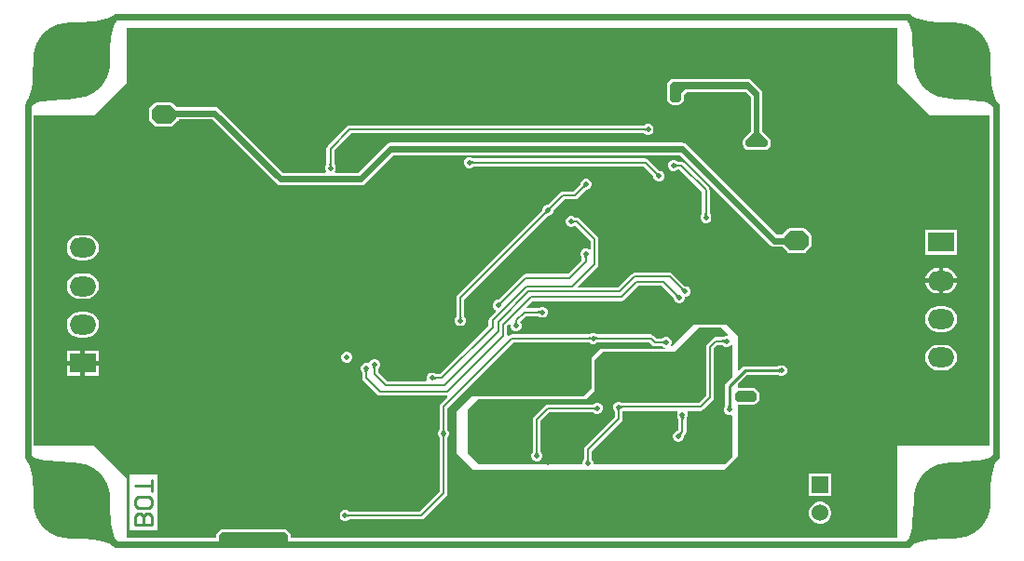
<source format=gbl>
G04*
G04 #@! TF.GenerationSoftware,Altium Limited,Altium Designer,21.4.1 (30)*
G04*
G04 Layer_Physical_Order=2*
G04 Layer_Color=16711680*
%FSLAX25Y25*%
%MOIN*%
G70*
G04*
G04 #@! TF.SameCoordinates,5F1AA903-488D-4DD6-8C3F-381C7BA84995*
G04*
G04*
G04 #@! TF.FilePolarity,Positive*
G04*
G01*
G75*
%ADD11C,0.00787*%
%ADD13C,0.01000*%
%ADD107C,0.02362*%
%ADD109R,0.06000X0.06000*%
%ADD110C,0.06000*%
%ADD111R,0.09449X0.07087*%
%ADD112O,0.09449X0.07087*%
%ADD113C,0.27559*%
%ADD114C,0.01968*%
G36*
X320564Y193037D02*
X321383Y192577D01*
X322385Y192173D01*
X323570Y191827D01*
X324937Y191537D01*
X326486Y191305D01*
X330132Y191011D01*
X334508Y190944D01*
X320867Y177303D01*
X320862Y179582D01*
X320506Y185325D01*
X320273Y186874D01*
X319984Y188241D01*
X319638Y189426D01*
X319234Y190428D01*
X318774Y191247D01*
X318257Y191884D01*
X319927Y193554D01*
X320564Y193037D01*
D02*
G37*
G36*
X36074Y191884D02*
X35557Y191247D01*
X35096Y190428D01*
X34693Y189426D01*
X34347Y188241D01*
X34057Y186874D01*
X33825Y185325D01*
X33530Y181679D01*
X33464Y177303D01*
X19823Y190944D01*
X22102Y190949D01*
X27845Y191305D01*
X29394Y191537D01*
X30761Y191827D01*
X31945Y192173D01*
X32947Y192577D01*
X33767Y193037D01*
X34404Y193554D01*
X36074Y191884D01*
D02*
G37*
G36*
X348429Y174748D02*
X348785Y169006D01*
X349018Y167456D01*
X349307Y166089D01*
X349654Y164905D01*
X350057Y163903D01*
X350518Y163084D01*
X351035Y162447D01*
X349364Y160776D01*
X348727Y161294D01*
X347908Y161754D01*
X346906Y162157D01*
X345722Y162504D01*
X344355Y162793D01*
X342806Y163026D01*
X339159Y163320D01*
X334784Y163386D01*
X348425Y177027D01*
X348429Y174748D01*
D02*
G37*
G36*
X19547Y163386D02*
X17268Y163382D01*
X11525Y163026D01*
X9976Y162793D01*
X8609Y162504D01*
X7425Y162157D01*
X6423Y161754D01*
X5603Y161294D01*
X4966Y160776D01*
X3296Y162447D01*
X3813Y163084D01*
X4274Y163903D01*
X4677Y164905D01*
X5023Y166089D01*
X5313Y167456D01*
X5545Y169006D01*
X5840Y172652D01*
X5906Y177027D01*
X19547Y163386D01*
D02*
G37*
G36*
X351035Y34404D02*
X350518Y33767D01*
X350057Y32947D01*
X349654Y31945D01*
X349307Y30761D01*
X349018Y29394D01*
X348785Y27845D01*
X348491Y24199D01*
X348425Y19823D01*
X334784Y33464D01*
X337063Y33469D01*
X342806Y33825D01*
X344355Y34057D01*
X345722Y34347D01*
X346906Y34693D01*
X347908Y35096D01*
X348727Y35557D01*
X349364Y36074D01*
X351035Y34404D01*
D02*
G37*
G36*
X5603Y35557D02*
X6423Y35096D01*
X7425Y34693D01*
X8609Y34347D01*
X9976Y34057D01*
X11525Y33825D01*
X15171Y33530D01*
X19547Y33464D01*
X5906Y19823D01*
X5901Y22102D01*
X5545Y27845D01*
X5313Y29394D01*
X5023Y30761D01*
X4677Y31945D01*
X4274Y32947D01*
X3813Y33767D01*
X3296Y34404D01*
X4966Y36074D01*
X5603Y35557D01*
D02*
G37*
G36*
X314961Y169291D02*
X326772Y157480D01*
X348186D01*
Y39370D01*
X314961D01*
Y6145D01*
X97952D01*
Y7382D01*
X97876Y7766D01*
X97658Y8091D01*
X96674Y9076D01*
X96349Y9293D01*
X95965Y9370D01*
X73327D01*
X72943Y9293D01*
X72617Y9076D01*
X71633Y8091D01*
X71415Y7766D01*
X71339Y7382D01*
Y6145D01*
X39370D01*
X39370Y27559D01*
X27559Y39370D01*
X6145Y39370D01*
Y157480D01*
X27559D01*
X39370Y169291D01*
X39370Y188976D01*
X314961D01*
X314961Y169291D01*
D02*
G37*
G36*
X96949Y7382D02*
Y4429D01*
X95965Y3445D01*
X73327D01*
X72342Y4429D01*
Y7382D01*
X73327Y8366D01*
X95965D01*
X96949Y7382D01*
D02*
G37*
G36*
X334508Y5906D02*
X332229Y5901D01*
X326486Y5545D01*
X324937Y5313D01*
X323570Y5023D01*
X322385Y4677D01*
X321383Y4274D01*
X320564Y3813D01*
X319927Y3296D01*
X318257Y4966D01*
X318774Y5603D01*
X319234Y6423D01*
X319638Y7425D01*
X319984Y8609D01*
X320273Y9976D01*
X320506Y11525D01*
X320800Y15171D01*
X320867Y19547D01*
X334508Y5906D01*
D02*
G37*
G36*
X33469Y17268D02*
X33825Y11525D01*
X34057Y9976D01*
X34347Y8609D01*
X34693Y7425D01*
X35096Y6423D01*
X35557Y5603D01*
X36074Y4966D01*
X34404Y3296D01*
X33767Y3813D01*
X32947Y4274D01*
X31945Y4677D01*
X30761Y5023D01*
X29394Y5313D01*
X27845Y5545D01*
X24199Y5840D01*
X19823Y5906D01*
X33464Y19547D01*
X33469Y17268D01*
D02*
G37*
%LPC*%
G36*
X55118Y162421D02*
X50197D01*
X49813Y162345D01*
X49487Y162127D01*
X47519Y160158D01*
X47301Y159833D01*
X47225Y159449D01*
Y156496D01*
X47301Y156112D01*
X47519Y155787D01*
X49487Y153818D01*
X49813Y153600D01*
X50197Y153524D01*
X55118D01*
X55502Y153600D01*
X55828Y153818D01*
X57796Y155787D01*
X58014Y156112D01*
X58043Y156257D01*
X69952D01*
X92927Y133281D01*
X93643Y132803D01*
X94488Y132635D01*
X123031D01*
X123876Y132803D01*
X124593Y133281D01*
X134773Y143462D01*
X237275D01*
X269615Y111121D01*
X270331Y110643D01*
X271176Y110475D01*
X273933D01*
X275865Y108542D01*
X276191Y108325D01*
X276575Y108248D01*
X281496D01*
X281880Y108325D01*
X282206Y108542D01*
X284174Y110511D01*
X284392Y110836D01*
X284468Y111221D01*
Y114173D01*
X284392Y114557D01*
X284174Y114883D01*
X282206Y116851D01*
X281880Y117069D01*
X281496Y117145D01*
X276575D01*
X276191Y117069D01*
X275865Y116851D01*
X273904Y114890D01*
X272090D01*
X239750Y147230D01*
X239034Y147709D01*
X238189Y147877D01*
X133858D01*
X133013Y147709D01*
X132297Y147230D01*
X122117Y137050D01*
X113967D01*
X113759Y137550D01*
X113874Y137664D01*
X114173Y138388D01*
Y139171D01*
X113874Y139895D01*
X113670Y140098D01*
X113627Y140168D01*
X113610Y140185D01*
X113610Y140189D01*
Y145087D01*
X119676Y151154D01*
X224477D01*
X224480Y151153D01*
X224498Y151137D01*
X224567Y151094D01*
X224771Y150890D01*
X225494Y150591D01*
X226277D01*
X227001Y150890D01*
X227555Y151444D01*
X227854Y152167D01*
Y152951D01*
X227555Y153674D01*
X227001Y154228D01*
X226277Y154528D01*
X225494D01*
X224771Y154228D01*
X224567Y154024D01*
X224498Y153981D01*
X224480Y153965D01*
X224477Y153964D01*
X119095D01*
X118557Y153857D01*
X118101Y153552D01*
X111211Y146663D01*
X110907Y146207D01*
X110800Y145669D01*
Y140189D01*
X110799Y140185D01*
X110783Y140168D01*
X110740Y140098D01*
X110536Y139895D01*
X110236Y139171D01*
Y138388D01*
X110536Y137664D01*
X110650Y137550D01*
X110443Y137050D01*
X95403D01*
X72427Y160026D01*
X71711Y160504D01*
X70866Y160672D01*
X57282D01*
X55828Y162127D01*
X55502Y162345D01*
X55118Y162421D01*
D02*
G37*
G36*
X261811Y170787D02*
X234744D01*
X234360Y170711D01*
X234034Y170493D01*
X233050Y169509D01*
X232833Y169183D01*
X232756Y168799D01*
Y163386D01*
X232833Y163002D01*
X233050Y162676D01*
X234034Y161692D01*
X234360Y161474D01*
X234744Y161398D01*
X236713D01*
X237097Y161474D01*
X237422Y161692D01*
X238406Y162676D01*
X238624Y163002D01*
X238700Y163386D01*
Y164939D01*
X239589Y165827D01*
X260903D01*
X262776Y163954D01*
Y151990D01*
X260117Y149332D01*
X259900Y149006D01*
X259823Y148622D01*
Y147146D01*
X259900Y146762D01*
X260117Y146436D01*
X261101Y145452D01*
X261427Y145234D01*
X261811Y145158D01*
X267717D01*
X268101Y145234D01*
X268426Y145452D01*
X269410Y146436D01*
X269628Y146762D01*
X269704Y147146D01*
Y148622D01*
X269628Y149006D01*
X269410Y149332D01*
X266752Y151990D01*
Y165847D01*
X266675Y166230D01*
X266458Y166556D01*
X262521Y170493D01*
X262195Y170711D01*
X261811Y170787D01*
D02*
G37*
G36*
X162301Y142717D02*
X161518D01*
X160794Y142417D01*
X160241Y141863D01*
X159941Y141140D01*
Y140357D01*
X160241Y139633D01*
X160794Y139079D01*
X161518Y138779D01*
X162301D01*
X163024Y139079D01*
X163228Y139283D01*
X163298Y139326D01*
X163315Y139342D01*
X163319Y139343D01*
X224320D01*
X227833Y135830D01*
X227835Y135827D01*
X227836Y135803D01*
X227854Y135723D01*
Y135435D01*
X228154Y134712D01*
X228708Y134158D01*
X229431Y133858D01*
X230214D01*
X230938Y134158D01*
X231492Y134712D01*
X231791Y135435D01*
Y136218D01*
X231492Y136942D01*
X230938Y137496D01*
X230214Y137795D01*
X229926D01*
X229847Y137814D01*
X229823Y137815D01*
X229820Y137817D01*
X225895Y141742D01*
X225439Y142046D01*
X224902Y142153D01*
X163319D01*
X163315Y142154D01*
X163298Y142170D01*
X163228Y142213D01*
X163024Y142417D01*
X162301Y142717D01*
D02*
G37*
G36*
X235367Y141673D02*
X234584D01*
X233861Y141373D01*
X233307Y140819D01*
X233007Y140096D01*
Y139313D01*
X233307Y138589D01*
X233861Y138036D01*
X234584Y137736D01*
X235367D01*
X236091Y138036D01*
X236295Y138239D01*
X236364Y138282D01*
X236381Y138298D01*
X236385Y138299D01*
X237174D01*
X245150Y130324D01*
Y122472D01*
X245149Y122469D01*
X245133Y122451D01*
X245090Y122382D01*
X244886Y122178D01*
X244587Y121455D01*
Y120671D01*
X244886Y119948D01*
X245440Y119394D01*
X246164Y119095D01*
X246947D01*
X247670Y119394D01*
X248224Y119948D01*
X248524Y120671D01*
Y121455D01*
X248224Y122178D01*
X248020Y122382D01*
X247977Y122451D01*
X247961Y122469D01*
X247960Y122472D01*
Y130905D01*
X247853Y131443D01*
X247549Y131899D01*
X238750Y140698D01*
X238294Y141002D01*
X237756Y141109D01*
X236385D01*
X236381Y141110D01*
X236364Y141126D01*
X236295Y141169D01*
X236091Y141373D01*
X235367Y141673D01*
D02*
G37*
G36*
X198718Y121555D02*
X197935D01*
X197212Y121255D01*
X196658Y120702D01*
X196358Y119978D01*
Y119195D01*
X196658Y118472D01*
X197212Y117918D01*
X197935Y117618D01*
X198718D01*
X199442Y117918D01*
X199645Y118122D01*
X199715Y118165D01*
X199723Y118172D01*
X205288Y112607D01*
Y109758D01*
X204788Y109550D01*
X204682Y109656D01*
X203959Y109956D01*
X203176D01*
X202452Y109656D01*
X201898Y109102D01*
X201599Y108379D01*
Y107596D01*
X201898Y106872D01*
X202102Y106669D01*
X202145Y106599D01*
X202161Y106582D01*
X202162Y106578D01*
Y105724D01*
X197253Y100814D01*
X182087D01*
X181549Y100707D01*
X181093Y100403D01*
X172247Y91557D01*
X172244Y91555D01*
X172220Y91554D01*
X172141Y91535D01*
X171853D01*
X171129Y91236D01*
X170575Y90682D01*
X170276Y89959D01*
Y89175D01*
X170575Y88452D01*
X171129Y87898D01*
X171305Y87825D01*
X171403Y87335D01*
X169249Y85181D01*
X168944Y84725D01*
X168837Y84187D01*
Y82241D01*
X151485Y64889D01*
X150031D01*
X150028Y64890D01*
X150011Y64906D01*
X149941Y64949D01*
X149737Y65153D01*
X149014Y65453D01*
X148231D01*
X147507Y65153D01*
X146953Y64599D01*
X146653Y63876D01*
Y63093D01*
X146756Y62844D01*
X146479Y62429D01*
X132472D01*
X129358Y65543D01*
Y66997D01*
X129358Y67000D01*
X129375Y67017D01*
X129418Y67087D01*
X129622Y67290D01*
X129921Y68014D01*
Y68797D01*
X129622Y69521D01*
X129068Y70074D01*
X128344Y70374D01*
X127561D01*
X126838Y70074D01*
X126284Y69521D01*
X126124Y69135D01*
X125522Y68844D01*
X125392Y68898D01*
X124608D01*
X123885Y68598D01*
X123331Y68044D01*
X123031Y67321D01*
Y66538D01*
X123331Y65814D01*
X123535Y65610D01*
X123578Y65541D01*
X123594Y65523D01*
X123595Y65520D01*
Y63484D01*
X123702Y62947D01*
X124006Y62491D01*
X128928Y57569D01*
X129384Y57265D01*
X129921Y57158D01*
X153874D01*
X154090Y56735D01*
X154097Y56675D01*
X151664Y54242D01*
X151359Y53786D01*
X151252Y53248D01*
Y45070D01*
X151252Y45067D01*
X151236Y45050D01*
X151192Y44980D01*
X150989Y44776D01*
X150689Y44053D01*
Y43270D01*
X150989Y42546D01*
X151192Y42343D01*
X151235Y42273D01*
X151252Y42256D01*
X151252Y42252D01*
Y41496D01*
Y22826D01*
X144097Y15670D01*
X118915D01*
X118911Y15671D01*
X118894Y15687D01*
X118825Y15730D01*
X118621Y15934D01*
X117897Y16234D01*
X117114D01*
X116391Y15934D01*
X115837Y15380D01*
X115537Y14657D01*
Y13874D01*
X115837Y13150D01*
X116391Y12596D01*
X117114Y12297D01*
X117897D01*
X118621Y12596D01*
X118825Y12800D01*
X118894Y12843D01*
X118911Y12859D01*
X118915Y12860D01*
X144679D01*
X145216Y12967D01*
X145672Y13272D01*
X153651Y21251D01*
X153955Y21707D01*
X154062Y22244D01*
Y41496D01*
Y42252D01*
X154063Y42256D01*
X154079Y42273D01*
X154123Y42343D01*
X154326Y42546D01*
X154626Y43270D01*
Y44053D01*
X154326Y44776D01*
X154123Y44980D01*
X154079Y45050D01*
X154063Y45067D01*
X154062Y45070D01*
Y52666D01*
X177747Y76351D01*
X204792D01*
X204795Y76350D01*
X204812Y76334D01*
X204882Y76291D01*
X205086Y76087D01*
X205809Y75787D01*
X206592D01*
X207316Y76087D01*
X207520Y76291D01*
X207589Y76334D01*
X207606Y76350D01*
X207610Y76351D01*
X226288D01*
X227353Y75286D01*
X227809Y74981D01*
X228346Y74875D01*
X230874D01*
X230878Y74874D01*
X230895Y74858D01*
X230965Y74814D01*
X231168Y74611D01*
X231892Y74311D01*
X231873Y73819D01*
X208661D01*
X205709Y70866D01*
Y60039D01*
X202756Y57087D01*
X162894D01*
X157480Y51673D01*
Y36417D01*
X163386Y30512D01*
X252953D01*
X257874Y35433D01*
Y39370D01*
Y54115D01*
X263779D01*
X264164Y54191D01*
X264489Y54409D01*
X265473Y55393D01*
X265691Y55718D01*
X265767Y56102D01*
Y58071D01*
X265691Y58455D01*
X265473Y58780D01*
X264489Y59765D01*
X264164Y59982D01*
X263779Y60059D01*
X257874D01*
Y61344D01*
X261175Y64645D01*
X272312D01*
X272468Y64490D01*
X273191Y64190D01*
X273974D01*
X274698Y64490D01*
X275252Y65043D01*
X275551Y65767D01*
Y66550D01*
X275252Y67274D01*
X274698Y67827D01*
X273974Y68127D01*
X273191D01*
X272468Y67827D01*
X272312Y67672D01*
X272311Y67672D01*
X260548D01*
X260548Y67672D01*
X259969Y67557D01*
X259478Y67229D01*
X259478Y67229D01*
X258336Y66086D01*
X257874Y66278D01*
Y78740D01*
X253937Y82677D01*
X242126Y82677D01*
X234338Y74890D01*
X233952Y75165D01*
X234252Y75888D01*
Y76671D01*
X233952Y77395D01*
X233399Y77948D01*
X232675Y78248D01*
X231892D01*
X231168Y77948D01*
X230965Y77745D01*
X230895Y77701D01*
X230878Y77685D01*
X230874Y77684D01*
X228928D01*
X227864Y78749D01*
X227408Y79054D01*
X226870Y79161D01*
X207610D01*
X207606Y79162D01*
X207589Y79178D01*
X207520Y79221D01*
X207316Y79425D01*
X206592Y79724D01*
X205809D01*
X205086Y79425D01*
X204882Y79221D01*
X204812Y79178D01*
X204795Y79162D01*
X204792Y79161D01*
X177165D01*
X176628Y79054D01*
X176172Y78749D01*
X176016Y78594D01*
X175956Y78602D01*
X175533Y78818D01*
Y82180D01*
X176275Y82921D01*
X176699Y82638D01*
X176673Y82577D01*
Y81793D01*
X176973Y81070D01*
X177527Y80516D01*
X178250Y80216D01*
X179033D01*
X179757Y80516D01*
X180310Y81070D01*
X180610Y81793D01*
Y82577D01*
X180310Y83300D01*
X180107Y83504D01*
X180064Y83574D01*
X180056Y83581D01*
X182176Y85701D01*
X186583D01*
X186586Y85701D01*
X186604Y85684D01*
X186673Y85641D01*
X186877Y85438D01*
X187601Y85138D01*
X188384D01*
X189107Y85438D01*
X189661Y85991D01*
X189961Y86715D01*
Y87498D01*
X189661Y88221D01*
X189107Y88775D01*
X188384Y89075D01*
X187601D01*
X186877Y88775D01*
X186673Y88571D01*
X186604Y88528D01*
X186586Y88512D01*
X186583Y88511D01*
X182518D01*
X182327Y88973D01*
X184468Y91115D01*
X216367D01*
X216904Y91222D01*
X217360Y91526D01*
X222446Y96613D01*
X230653D01*
X234996Y92270D01*
X234997Y92267D01*
X234998Y92243D01*
X235017Y92164D01*
Y91876D01*
X235316Y91152D01*
X235870Y90598D01*
X236594Y90299D01*
X237377D01*
X238100Y90598D01*
X238654Y91152D01*
X238954Y91876D01*
Y92520D01*
X239565D01*
X240288Y92819D01*
X240842Y93373D01*
X241142Y94097D01*
Y94880D01*
X240842Y95603D01*
X240288Y96157D01*
X239565Y96457D01*
X239026D01*
X239022Y96457D01*
X234681Y100798D01*
X234225Y101103D01*
X233688Y101210D01*
X220868D01*
X220330Y101103D01*
X219874Y100798D01*
X214969Y95893D01*
X200896D01*
X200704Y96355D01*
X207686Y103337D01*
X207991Y103793D01*
X208098Y104331D01*
Y113189D01*
X207991Y113727D01*
X207686Y114182D01*
X201289Y120580D01*
X200833Y120885D01*
X200295Y120992D01*
X199736D01*
X199732Y120992D01*
X199715Y121009D01*
X199645Y121052D01*
X199442Y121255D01*
X198718Y121555D01*
D02*
G37*
G36*
X336417Y116732D02*
X325000D01*
Y107677D01*
X336417D01*
Y116732D01*
D02*
G37*
G36*
X24803Y114803D02*
X22441D01*
X21259Y114647D01*
X20158Y114191D01*
X19212Y113465D01*
X18486Y112520D01*
X18030Y111418D01*
X17874Y110236D01*
X18030Y109054D01*
X18486Y107953D01*
X19212Y107007D01*
X20158Y106281D01*
X21259Y105825D01*
X22441Y105670D01*
X24803D01*
X25985Y105825D01*
X27086Y106281D01*
X28032Y107007D01*
X28758Y107953D01*
X29214Y109054D01*
X29370Y110236D01*
X29214Y111418D01*
X28758Y112520D01*
X28032Y113465D01*
X27086Y114191D01*
X25985Y114647D01*
X24803Y114803D01*
D02*
G37*
G36*
X331890Y103008D02*
X331496D01*
Y99213D01*
X336369D01*
X336316Y99611D01*
X335858Y100716D01*
X335130Y101665D01*
X334181Y102394D01*
X333076Y102852D01*
X331890Y103008D01*
D02*
G37*
G36*
X329921D02*
X329528D01*
X328342Y102852D01*
X327236Y102394D01*
X326287Y101665D01*
X325559Y100716D01*
X325101Y99611D01*
X325049Y99213D01*
X329921D01*
Y103008D01*
D02*
G37*
G36*
X336369Y97638D02*
X331496D01*
Y93843D01*
X331890D01*
X333076Y93999D01*
X334181Y94457D01*
X335130Y95185D01*
X335858Y96134D01*
X336316Y97239D01*
X336369Y97638D01*
D02*
G37*
G36*
X329921D02*
X325049D01*
X325101Y97239D01*
X325559Y96134D01*
X326287Y95185D01*
X327236Y94457D01*
X328342Y93999D01*
X329528Y93843D01*
X329921D01*
Y97638D01*
D02*
G37*
G36*
X24803Y101023D02*
X22441D01*
X21259Y100868D01*
X20158Y100411D01*
X19212Y99686D01*
X18486Y98740D01*
X18030Y97639D01*
X17874Y96457D01*
X18030Y95275D01*
X18486Y94173D01*
X19212Y93228D01*
X20158Y92502D01*
X21259Y92046D01*
X22441Y91890D01*
X24803D01*
X25985Y92046D01*
X27086Y92502D01*
X28032Y93228D01*
X28758Y94173D01*
X29214Y95275D01*
X29370Y96457D01*
X29214Y97639D01*
X28758Y98740D01*
X28032Y99686D01*
X27086Y100411D01*
X25985Y100868D01*
X24803Y101023D01*
D02*
G37*
G36*
X204132Y134843D02*
X203349D01*
X202625Y134543D01*
X202071Y133989D01*
X201772Y133266D01*
Y132978D01*
X201753Y132898D01*
X201752Y132874D01*
X201750Y132871D01*
X199221Y130342D01*
X195374D01*
X194836Y130235D01*
X194381Y129930D01*
X189963Y125513D01*
X189961Y125512D01*
X189937Y125511D01*
X189857Y125492D01*
X189569D01*
X188846Y125192D01*
X188292Y124639D01*
X187992Y123915D01*
Y123627D01*
X187973Y123547D01*
X187973Y123524D01*
X187971Y123521D01*
X182077Y117627D01*
X182077Y117627D01*
X166822Y102371D01*
X157778Y93328D01*
X157474Y92872D01*
X157367Y92335D01*
Y85545D01*
X157366Y85542D01*
X157350Y85525D01*
X157307Y85455D01*
X157103Y85251D01*
X156803Y84528D01*
Y83745D01*
X157103Y83021D01*
X157657Y82468D01*
X158380Y82168D01*
X159163D01*
X159887Y82468D01*
X160441Y83021D01*
X160740Y83745D01*
Y84528D01*
X160441Y85251D01*
X160237Y85455D01*
X160194Y85525D01*
X160178Y85542D01*
X160177Y85545D01*
Y91753D01*
X168808Y100384D01*
X184064Y115640D01*
X184064Y115640D01*
X189958Y121534D01*
X189961Y121536D01*
X189984Y121536D01*
X190064Y121555D01*
X190352D01*
X191076Y121855D01*
X191629Y122408D01*
X191929Y123132D01*
Y123420D01*
X191948Y123500D01*
X191949Y123523D01*
X191950Y123527D01*
X195956Y127532D01*
X199803D01*
X200341Y127639D01*
X200797Y127944D01*
X203737Y130884D01*
X203740Y130886D01*
X203764Y130887D01*
X203844Y130905D01*
X204132D01*
X204855Y131205D01*
X205409Y131759D01*
X205709Y132483D01*
Y133266D01*
X205409Y133989D01*
X204855Y134543D01*
X204132Y134843D01*
D02*
G37*
G36*
X331890Y89212D02*
X329528D01*
X328346Y89057D01*
X327244Y88600D01*
X326298Y87875D01*
X325573Y86929D01*
X325116Y85828D01*
X324961Y84646D01*
X325116Y83464D01*
X325573Y82362D01*
X326298Y81417D01*
X327244Y80691D01*
X328346Y80235D01*
X329528Y80079D01*
X331890D01*
X333072Y80235D01*
X334173Y80691D01*
X335119Y81417D01*
X335845Y82362D01*
X336301Y83464D01*
X336456Y84646D01*
X336301Y85828D01*
X335845Y86929D01*
X335119Y87875D01*
X334173Y88600D01*
X333072Y89057D01*
X331890Y89212D01*
D02*
G37*
G36*
X24803Y87244D02*
X22441D01*
X21259Y87088D01*
X20158Y86632D01*
X19212Y85906D01*
X18486Y84961D01*
X18030Y83859D01*
X17874Y82677D01*
X18030Y81495D01*
X18486Y80394D01*
X19212Y79448D01*
X20158Y78722D01*
X21259Y78266D01*
X22441Y78111D01*
X24803D01*
X25985Y78266D01*
X27086Y78722D01*
X28032Y79448D01*
X28758Y80394D01*
X29214Y81495D01*
X29370Y82677D01*
X29214Y83859D01*
X28758Y84961D01*
X28032Y85906D01*
X27086Y86632D01*
X25985Y87088D01*
X24803Y87244D01*
D02*
G37*
G36*
X29346Y73441D02*
X24409D01*
Y69685D01*
X29346D01*
Y73441D01*
D02*
G37*
G36*
X22835D02*
X17898D01*
Y69685D01*
X22835D01*
Y73441D01*
D02*
G37*
G36*
X118517Y72944D02*
X117734D01*
X117010Y72644D01*
X116456Y72090D01*
X116157Y71367D01*
Y70584D01*
X116456Y69860D01*
X117010Y69306D01*
X117734Y69007D01*
X118517D01*
X119240Y69306D01*
X119794Y69860D01*
X120094Y70584D01*
Y71367D01*
X119794Y72090D01*
X119240Y72644D01*
X118517Y72944D01*
D02*
G37*
G36*
X331890Y75433D02*
X329528D01*
X328346Y75277D01*
X327244Y74821D01*
X326298Y74095D01*
X325573Y73150D01*
X325116Y72048D01*
X324961Y70866D01*
X325116Y69684D01*
X325573Y68583D01*
X326298Y67637D01*
X327244Y66911D01*
X328346Y66455D01*
X329528Y66299D01*
X331890D01*
X333072Y66455D01*
X334173Y66911D01*
X335119Y67637D01*
X335845Y68583D01*
X336301Y69684D01*
X336456Y70866D01*
X336301Y72048D01*
X335845Y73150D01*
X335119Y74095D01*
X334173Y74821D01*
X333072Y75277D01*
X331890Y75433D01*
D02*
G37*
G36*
X29346Y68110D02*
X24409D01*
Y64354D01*
X29346D01*
Y68110D01*
D02*
G37*
G36*
X22835D02*
X17898D01*
Y64354D01*
X22835D01*
Y68110D01*
D02*
G37*
G36*
X291386Y29240D02*
X283417D01*
Y21272D01*
X291386D01*
Y29240D01*
D02*
G37*
G36*
X287926Y19240D02*
X286877D01*
X285864Y18969D01*
X284955Y18444D01*
X284213Y17702D01*
X283689Y16794D01*
X283417Y15780D01*
Y14731D01*
X283689Y13718D01*
X284213Y12810D01*
X284955Y12068D01*
X285864Y11543D01*
X286877Y11272D01*
X287926D01*
X288939Y11543D01*
X289848Y12068D01*
X290590Y12810D01*
X291114Y13718D01*
X291386Y14731D01*
Y15780D01*
X291114Y16794D01*
X290590Y17702D01*
X289848Y18444D01*
X288939Y18969D01*
X287926Y19240D01*
D02*
G37*
G36*
X50321Y28822D02*
X40354D01*
Y8858D01*
X50321D01*
Y28822D01*
D02*
G37*
%LPD*%
G36*
X57087Y159449D02*
Y156496D01*
X55118Y154528D01*
X50197D01*
X48228Y156496D01*
Y159449D01*
X50197Y161417D01*
X55118D01*
X57087Y159449D01*
D02*
G37*
G36*
X225183Y151870D02*
X225123Y151926D01*
X225059Y151976D01*
X224990Y152021D01*
X224918Y152059D01*
X224841Y152092D01*
X224760Y152118D01*
X224674Y152139D01*
X224585Y152154D01*
X224491Y152162D01*
X224393Y152165D01*
Y152953D01*
X224491Y152956D01*
X224585Y152965D01*
X224674Y152979D01*
X224760Y153000D01*
X224841Y153027D01*
X224918Y153059D01*
X224990Y153097D01*
X225059Y153142D01*
X225123Y153192D01*
X225183Y153248D01*
Y151870D01*
D02*
G37*
G36*
X112601Y140174D02*
X112610Y140080D01*
X112625Y139991D01*
X112646Y139906D01*
X112672Y139825D01*
X112705Y139748D01*
X112743Y139675D01*
X112787Y139607D01*
X112838Y139542D01*
X112894Y139482D01*
X111516D01*
X111572Y139542D01*
X111622Y139607D01*
X111666Y139675D01*
X111705Y139748D01*
X111737Y139825D01*
X111764Y139906D01*
X111784Y139991D01*
X111799Y140080D01*
X111808Y140174D01*
X111811Y140272D01*
X112598D01*
X112601Y140174D01*
D02*
G37*
G36*
X283465Y114173D02*
Y111221D01*
X281496Y109252D01*
X276575D01*
X274606Y111221D01*
Y114173D01*
X276575Y116142D01*
X281496D01*
X283465Y114173D01*
D02*
G37*
G36*
X265748Y165847D02*
Y151575D01*
X268701Y148622D01*
Y147146D01*
X267717Y146161D01*
X261811D01*
X260827Y147146D01*
Y148622D01*
X263779Y151575D01*
Y164370D01*
X261319Y166831D01*
X239173D01*
X237697Y165354D01*
Y163386D01*
X236713Y162402D01*
X234744D01*
X233760Y163386D01*
Y168799D01*
X234744Y169783D01*
X261811D01*
X265748Y165847D01*
D02*
G37*
G36*
X162672Y141381D02*
X162737Y141331D01*
X162805Y141286D01*
X162878Y141248D01*
X162954Y141216D01*
X163036Y141189D01*
X163121Y141168D01*
X163210Y141154D01*
X163304Y141145D01*
X163402Y141142D01*
Y140354D01*
X163304Y140351D01*
X163210Y140342D01*
X163121Y140328D01*
X163036Y140307D01*
X162954Y140280D01*
X162878Y140248D01*
X162805Y140210D01*
X162737Y140165D01*
X162672Y140115D01*
X162612Y140059D01*
Y141437D01*
X162672Y141381D01*
D02*
G37*
G36*
X229117Y137093D02*
X229190Y137033D01*
X229263Y136981D01*
X229338Y136935D01*
X229415Y136896D01*
X229492Y136865D01*
X229570Y136841D01*
X229650Y136824D01*
X229731Y136814D01*
X229813Y136811D01*
X228839Y135837D01*
X228836Y135919D01*
X228826Y136000D01*
X228809Y136079D01*
X228785Y136158D01*
X228753Y136235D01*
X228715Y136311D01*
X228669Y136386D01*
X228616Y136460D01*
X228556Y136532D01*
X228489Y136604D01*
X229046Y137161D01*
X229117Y137093D01*
D02*
G37*
G36*
X235739Y140337D02*
X235803Y140287D01*
X235871Y140243D01*
X235944Y140204D01*
X236021Y140172D01*
X236102Y140145D01*
X236187Y140125D01*
X236277Y140110D01*
X236370Y140101D01*
X236468Y140098D01*
Y139311D01*
X236370Y139308D01*
X236277Y139299D01*
X236187Y139284D01*
X236102Y139263D01*
X236021Y139237D01*
X235944Y139204D01*
X235871Y139166D01*
X235803Y139122D01*
X235739Y139071D01*
X235679Y139015D01*
Y140393D01*
X235739Y140337D01*
D02*
G37*
G36*
X246952Y122458D02*
X246961Y122364D01*
X246975Y122274D01*
X246996Y122189D01*
X247023Y122108D01*
X247055Y122031D01*
X247094Y121958D01*
X247138Y121890D01*
X247188Y121826D01*
X247244Y121766D01*
X245866D01*
X245922Y121826D01*
X245972Y121890D01*
X246017Y121958D01*
X246055Y122031D01*
X246088Y122108D01*
X246114Y122189D01*
X246135Y122274D01*
X246150Y122364D01*
X246159Y122458D01*
X246161Y122556D01*
X246949D01*
X246952Y122458D01*
D02*
G37*
G36*
X199090Y120220D02*
X199154Y120169D01*
X199222Y120125D01*
X199295Y120087D01*
X199372Y120054D01*
X199453Y120027D01*
X199538Y120007D01*
X199628Y119992D01*
X199722Y119983D01*
X199819Y119980D01*
Y119193D01*
X199722Y119190D01*
X199628Y119181D01*
X199538Y119166D01*
X199453Y119146D01*
X199372Y119119D01*
X199295Y119087D01*
X199222Y119048D01*
X199154Y119004D01*
X199090Y118954D01*
X199030Y118898D01*
Y120276D01*
X199090Y120220D01*
D02*
G37*
G36*
X204200Y107225D02*
X204150Y107160D01*
X204105Y107092D01*
X204067Y107019D01*
X204035Y106942D01*
X204008Y106861D01*
X203987Y106776D01*
X203973Y106686D01*
X203964Y106593D01*
X203961Y106495D01*
X203173D01*
X203170Y106593D01*
X203162Y106686D01*
X203147Y106776D01*
X203126Y106861D01*
X203100Y106942D01*
X203067Y107019D01*
X203029Y107092D01*
X202984Y107160D01*
X202934Y107225D01*
X202878Y107284D01*
X204256D01*
X204200Y107225D01*
D02*
G37*
G36*
X238353Y95701D02*
X238426Y95641D01*
X238500Y95591D01*
X238575Y95548D01*
X238651Y95513D01*
X238728Y95487D01*
X238805Y95469D01*
X238884Y95459D01*
X238964Y95457D01*
X239044Y95464D01*
X238195Y94379D01*
X238183Y94460D01*
X238165Y94539D01*
X238140Y94618D01*
X238110Y94696D01*
X238073Y94772D01*
X238031Y94847D01*
X237982Y94921D01*
X237927Y94994D01*
X237866Y95066D01*
X237799Y95137D01*
X238281Y95768D01*
X238353Y95701D01*
D02*
G37*
G36*
X236280Y93534D02*
X236352Y93474D01*
X236426Y93421D01*
X236501Y93375D01*
X236577Y93337D01*
X236654Y93305D01*
X236733Y93281D01*
X236812Y93264D01*
X236893Y93254D01*
X236975Y93251D01*
X236001Y92277D01*
X235998Y92359D01*
X235988Y92440D01*
X235971Y92520D01*
X235947Y92598D01*
X235916Y92676D01*
X235877Y92752D01*
X235831Y92827D01*
X235779Y92900D01*
X235719Y92973D01*
X235651Y93044D01*
X236208Y93601D01*
X236280Y93534D01*
D02*
G37*
G36*
X173578Y90344D02*
X173511Y90273D01*
X173451Y90200D01*
X173398Y90126D01*
X173352Y90051D01*
X173314Y89975D01*
X173282Y89898D01*
X173258Y89820D01*
X173241Y89740D01*
X173231Y89659D01*
X173228Y89577D01*
X172254Y90551D01*
X172336Y90554D01*
X172417Y90564D01*
X172497Y90581D01*
X172575Y90605D01*
X172652Y90636D01*
X172729Y90675D01*
X172803Y90721D01*
X172877Y90774D01*
X172950Y90834D01*
X173021Y90901D01*
X173578Y90344D01*
D02*
G37*
G36*
X187289Y86417D02*
X187229Y86473D01*
X187165Y86524D01*
X187097Y86568D01*
X187024Y86606D01*
X186947Y86639D01*
X186866Y86665D01*
X186781Y86686D01*
X186691Y86701D01*
X186598Y86710D01*
X186500Y86713D01*
Y87500D01*
X186598Y87503D01*
X186691Y87512D01*
X186781Y87527D01*
X186866Y87547D01*
X186947Y87574D01*
X187024Y87606D01*
X187097Y87645D01*
X187165Y87689D01*
X187229Y87739D01*
X187289Y87795D01*
Y86417D01*
D02*
G37*
G36*
X179038Y83580D02*
X179047Y83486D01*
X179062Y83397D01*
X179083Y83311D01*
X179109Y83230D01*
X179142Y83153D01*
X179180Y83081D01*
X179224Y83012D01*
X179275Y82948D01*
X179331Y82888D01*
X177953D01*
X178009Y82948D01*
X178059Y83012D01*
X178103Y83081D01*
X178142Y83153D01*
X178174Y83230D01*
X178201Y83311D01*
X178221Y83397D01*
X178236Y83486D01*
X178245Y83580D01*
X178248Y83678D01*
X179035D01*
X179038Y83580D01*
D02*
G37*
G36*
X206964Y78389D02*
X207028Y78339D01*
X207096Y78294D01*
X207169Y78256D01*
X207246Y78223D01*
X207327Y78197D01*
X207412Y78176D01*
X207502Y78161D01*
X207595Y78153D01*
X207693Y78150D01*
Y77362D01*
X207595Y77359D01*
X207502Y77350D01*
X207412Y77336D01*
X207327Y77315D01*
X207246Y77288D01*
X207169Y77256D01*
X207096Y77218D01*
X207028Y77173D01*
X206964Y77123D01*
X206904Y77067D01*
Y78445D01*
X206964Y78389D01*
D02*
G37*
G36*
X205498Y77067D02*
X205438Y77123D01*
X205374Y77173D01*
X205305Y77218D01*
X205233Y77256D01*
X205156Y77288D01*
X205075Y77315D01*
X204989Y77336D01*
X204900Y77350D01*
X204806Y77359D01*
X204708Y77362D01*
Y78150D01*
X204806Y78153D01*
X204900Y78161D01*
X204989Y78176D01*
X205075Y78197D01*
X205156Y78223D01*
X205233Y78256D01*
X205305Y78294D01*
X205374Y78339D01*
X205438Y78389D01*
X205498Y78445D01*
Y77067D01*
D02*
G37*
G36*
X253234Y76083D02*
X253174Y76139D01*
X253110Y76189D01*
X253042Y76233D01*
X252969Y76272D01*
X252892Y76304D01*
X252811Y76331D01*
X252726Y76351D01*
X252636Y76366D01*
X252542Y76375D01*
X252444Y76378D01*
Y77165D01*
X252542Y77168D01*
X252636Y77177D01*
X252726Y77192D01*
X252811Y77213D01*
X252892Y77239D01*
X252969Y77272D01*
X253042Y77310D01*
X253110Y77354D01*
X253174Y77404D01*
X253234Y77461D01*
Y76083D01*
D02*
G37*
G36*
X231581Y75590D02*
X231521Y75647D01*
X231456Y75697D01*
X231388Y75741D01*
X231315Y75779D01*
X231238Y75812D01*
X231157Y75839D01*
X231072Y75859D01*
X230982Y75874D01*
X230889Y75883D01*
X230791Y75886D01*
Y76673D01*
X230889Y76676D01*
X230982Y76685D01*
X231072Y76700D01*
X231157Y76720D01*
X231238Y76747D01*
X231315Y76780D01*
X231388Y76818D01*
X231456Y76862D01*
X231521Y76912D01*
X231581Y76968D01*
Y75590D01*
D02*
G37*
G36*
X255906Y75249D02*
Y63656D01*
X253851Y61602D01*
X253523Y61111D01*
X253408Y60532D01*
X253408Y60531D01*
Y53436D01*
X253252Y53280D01*
X252953Y52557D01*
Y51774D01*
X253252Y51050D01*
X253806Y50497D01*
X254530Y50197D01*
X255313D01*
X255490Y50270D01*
X255906Y49992D01*
Y34884D01*
X253502Y32480D01*
X206321D01*
X206281Y32539D01*
Y33322D01*
X205981Y34046D01*
X205778Y34250D01*
X205734Y34319D01*
X205718Y34337D01*
X205717Y34340D01*
Y37392D01*
X216307Y47982D01*
X216612Y48437D01*
X216719Y48975D01*
Y51646D01*
X216719Y51649D01*
X216736Y51666D01*
X216773Y51727D01*
X216796Y51745D01*
X236300D01*
X236492Y51245D01*
X236221Y50588D01*
Y49805D01*
X236520Y49082D01*
X236724Y48878D01*
X236767Y48809D01*
X236783Y48791D01*
X236784Y48788D01*
Y44873D01*
X236576Y44665D01*
X236569Y44660D01*
X236548Y44646D01*
X236531Y44637D01*
X236518Y44630D01*
X236508Y44626D01*
X236500Y44623D01*
X236493Y44622D01*
X236452Y44615D01*
X236334D01*
X235611Y44316D01*
X235057Y43762D01*
X234758Y43038D01*
Y42255D01*
X235057Y41532D01*
X235611Y40978D01*
X236334Y40678D01*
X237118D01*
X237841Y40978D01*
X238395Y41532D01*
X238695Y42255D01*
Y42810D01*
X239182Y43298D01*
X239487Y43754D01*
X239594Y44291D01*
Y48788D01*
X239595Y48791D01*
X239611Y48809D01*
X239654Y48878D01*
X239858Y49082D01*
X240158Y49805D01*
Y50588D01*
X239886Y51245D01*
X240078Y51745D01*
X244587D01*
X245124Y51852D01*
X245580Y52156D01*
X249025Y55601D01*
X249329Y56057D01*
X249436Y56595D01*
Y74221D01*
X250582Y75367D01*
X252528D01*
X252531Y75366D01*
X252549Y75350D01*
X252618Y75306D01*
X252822Y75103D01*
X253545Y74803D01*
X254329D01*
X255052Y75103D01*
X255405Y75456D01*
X255906Y75249D01*
D02*
G37*
G36*
X128586Y67643D02*
X128535Y67578D01*
X128491Y67510D01*
X128453Y67437D01*
X128420Y67361D01*
X128394Y67279D01*
X128373Y67194D01*
X128358Y67105D01*
X128349Y67011D01*
X128347Y66913D01*
X127559D01*
X127556Y67011D01*
X127547Y67105D01*
X127532Y67194D01*
X127512Y67279D01*
X127485Y67361D01*
X127453Y67437D01*
X127414Y67510D01*
X127370Y67578D01*
X127320Y67643D01*
X127264Y67703D01*
X128642D01*
X128586Y67643D01*
D02*
G37*
G36*
X272880Y65470D02*
X272839Y65505D01*
X272791Y65538D01*
X272736Y65566D01*
X272673Y65591D01*
X272603Y65611D01*
X272526Y65628D01*
X272442Y65642D01*
X272350Y65651D01*
X272144Y65659D01*
Y66659D01*
X272251Y66660D01*
X272442Y66676D01*
X272526Y66689D01*
X272603Y66706D01*
X272673Y66727D01*
X272736Y66751D01*
X272791Y66780D01*
X272839Y66812D01*
X272880Y66848D01*
Y65470D01*
D02*
G37*
G36*
X125633Y66166D02*
X125583Y66102D01*
X125538Y66034D01*
X125500Y65961D01*
X125468Y65884D01*
X125441Y65803D01*
X125420Y65718D01*
X125406Y65628D01*
X125397Y65535D01*
X125394Y65437D01*
X124606D01*
X124603Y65535D01*
X124594Y65628D01*
X124580Y65718D01*
X124559Y65803D01*
X124532Y65884D01*
X124500Y65961D01*
X124462Y66034D01*
X124417Y66102D01*
X124367Y66166D01*
X124311Y66226D01*
X125689D01*
X125633Y66166D01*
D02*
G37*
G36*
X149385Y64117D02*
X149449Y64067D01*
X149518Y64023D01*
X149590Y63984D01*
X149667Y63952D01*
X149748Y63925D01*
X149834Y63905D01*
X149923Y63890D01*
X150017Y63881D01*
X150115Y63878D01*
Y63090D01*
X150017Y63088D01*
X149923Y63079D01*
X149834Y63064D01*
X149748Y63043D01*
X149667Y63017D01*
X149590Y62984D01*
X149518Y62946D01*
X149449Y62902D01*
X149385Y62851D01*
X149325Y62795D01*
Y64173D01*
X149385Y64117D01*
D02*
G37*
G36*
X264764Y58071D02*
Y56102D01*
X263779Y55118D01*
X257874D01*
X256890Y56102D01*
Y58071D01*
X257874Y59055D01*
X263779D01*
X264764Y58071D01*
D02*
G37*
G36*
X254459Y79202D02*
X254423Y79072D01*
X254214Y78740D01*
X253545D01*
X252822Y78440D01*
X252618Y78237D01*
X252549Y78193D01*
X252531Y78177D01*
X252528Y78177D01*
X250000D01*
X249462Y78070D01*
X249007Y77765D01*
X247038Y75797D01*
X246733Y75341D01*
X246626Y74803D01*
Y57176D01*
X244005Y54555D01*
X216660D01*
X216655Y54555D01*
X216634Y54560D01*
X216619Y54564D01*
X216609Y54568D01*
X216603Y54571D01*
X216599Y54573D01*
X216596Y54575D01*
X216562Y54601D01*
X216540Y54612D01*
X216429Y54724D01*
X215705Y55023D01*
X214922D01*
X214198Y54724D01*
X213645Y54170D01*
X213345Y53446D01*
Y52663D01*
X213645Y51940D01*
X213848Y51736D01*
X213892Y51666D01*
X213908Y51649D01*
X213909Y51646D01*
Y49557D01*
X203319Y38967D01*
X203015Y38512D01*
X202908Y37974D01*
Y34340D01*
X202907Y34337D01*
X202891Y34319D01*
X202847Y34250D01*
X202644Y34046D01*
X202344Y33322D01*
Y32539D01*
X202305Y32480D01*
X165354D01*
X161417Y36417D01*
Y52165D01*
X165335Y56083D01*
X202756D01*
X202853Y56102D01*
X203740D01*
X206693Y59055D01*
Y59942D01*
X206712Y60039D01*
Y69901D01*
X209626Y72815D01*
X231873D01*
X231970Y72835D01*
X235236D01*
X244075Y81674D01*
X251988Y81674D01*
X254459Y79202D01*
D02*
G37*
G36*
X255423Y53497D02*
X255438Y53306D01*
X255451Y53222D01*
X255469Y53145D01*
X255489Y53075D01*
X255514Y53012D01*
X255542Y52957D01*
X255574Y52909D01*
X255610Y52868D01*
X254232D01*
X254268Y52909D01*
X254300Y52957D01*
X254329Y53012D01*
X254353Y53075D01*
X254374Y53145D01*
X254391Y53222D01*
X254404Y53306D01*
X254414Y53398D01*
X254421Y53604D01*
X255421D01*
X255423Y53497D01*
D02*
G37*
G36*
X216012Y53758D02*
X216080Y53713D01*
X216152Y53673D01*
X216228Y53639D01*
X216307Y53610D01*
X216390Y53586D01*
X216477Y53567D01*
X216567Y53554D01*
X216661Y53546D01*
X216758Y53543D01*
X216842Y52756D01*
X216743Y52753D01*
X216650Y52743D01*
X216561Y52727D01*
X216478Y52705D01*
X216399Y52676D01*
X216325Y52641D01*
X216256Y52600D01*
X216193Y52552D01*
X216134Y52497D01*
X216080Y52437D01*
X215947Y53808D01*
X216012Y53758D01*
D02*
G37*
G36*
X215947Y52292D02*
X215896Y52227D01*
X215852Y52159D01*
X215814Y52087D01*
X215781Y52010D01*
X215755Y51929D01*
X215734Y51843D01*
X215719Y51754D01*
X215710Y51660D01*
X215707Y51562D01*
X214920D01*
X214917Y51660D01*
X214908Y51754D01*
X214893Y51843D01*
X214873Y51929D01*
X214846Y52010D01*
X214814Y52087D01*
X214775Y52159D01*
X214731Y52227D01*
X214681Y52292D01*
X214625Y52352D01*
X216003D01*
X215947Y52292D01*
D02*
G37*
G36*
X238822Y49434D02*
X238772Y49370D01*
X238727Y49301D01*
X238689Y49229D01*
X238656Y49152D01*
X238630Y49071D01*
X238609Y48985D01*
X238595Y48896D01*
X238586Y48802D01*
X238583Y48704D01*
X237795D01*
X237792Y48802D01*
X237784Y48896D01*
X237769Y48985D01*
X237748Y49071D01*
X237721Y49152D01*
X237689Y49229D01*
X237651Y49301D01*
X237606Y49370D01*
X237556Y49434D01*
X237500Y49494D01*
X238878D01*
X238822Y49434D01*
D02*
G37*
G36*
X153054Y45056D02*
X153063Y44962D01*
X153078Y44873D01*
X153098Y44787D01*
X153125Y44706D01*
X153157Y44630D01*
X153196Y44557D01*
X153240Y44488D01*
X153290Y44424D01*
X153347Y44364D01*
X151969D01*
X152025Y44424D01*
X152075Y44488D01*
X152119Y44557D01*
X152157Y44630D01*
X152190Y44706D01*
X152217Y44787D01*
X152237Y44873D01*
X152252Y44962D01*
X152261Y45056D01*
X152264Y45154D01*
X153051D01*
X153054Y45056D01*
D02*
G37*
G36*
X238001Y43547D02*
X237934Y43475D01*
X237875Y43402D01*
X237824Y43328D01*
X237781Y43253D01*
X237747Y43177D01*
X237721Y43101D01*
X237704Y43023D01*
X237694Y42945D01*
X237693Y42865D01*
X237701Y42785D01*
X236607Y43624D01*
X236688Y43637D01*
X236768Y43656D01*
X236846Y43681D01*
X236924Y43712D01*
X237000Y43748D01*
X237075Y43791D01*
X237149Y43840D01*
X237222Y43895D01*
X237294Y43957D01*
X237364Y44023D01*
X238001Y43547D01*
D02*
G37*
G36*
X153290Y42898D02*
X153240Y42834D01*
X153196Y42766D01*
X153157Y42693D01*
X153125Y42616D01*
X153098Y42535D01*
X153078Y42450D01*
X153063Y42360D01*
X153054Y42267D01*
X153051Y42169D01*
X152264D01*
X152261Y42267D01*
X152252Y42360D01*
X152237Y42450D01*
X152217Y42535D01*
X152190Y42616D01*
X152157Y42693D01*
X152119Y42766D01*
X152075Y42834D01*
X152025Y42898D01*
X151969Y42959D01*
X153347D01*
X153290Y42898D01*
D02*
G37*
G36*
X204709Y34326D02*
X204718Y34232D01*
X204733Y34142D01*
X204753Y34057D01*
X204780Y33976D01*
X204813Y33899D01*
X204851Y33826D01*
X204895Y33758D01*
X204945Y33694D01*
X205001Y33634D01*
X203624D01*
X203680Y33694D01*
X203730Y33758D01*
X203774Y33826D01*
X203813Y33899D01*
X203845Y33976D01*
X203872Y34057D01*
X203892Y34142D01*
X203907Y34232D01*
X203916Y34326D01*
X203919Y34424D01*
X204706D01*
X204709Y34326D01*
D02*
G37*
G36*
X118269Y14898D02*
X118333Y14848D01*
X118401Y14804D01*
X118474Y14765D01*
X118551Y14733D01*
X118632Y14706D01*
X118717Y14685D01*
X118807Y14671D01*
X118900Y14662D01*
X118998Y14659D01*
Y13871D01*
X118900Y13869D01*
X118807Y13860D01*
X118717Y13845D01*
X118632Y13824D01*
X118551Y13798D01*
X118474Y13765D01*
X118401Y13727D01*
X118333Y13683D01*
X118269Y13632D01*
X118209Y13576D01*
Y14954D01*
X118269Y14898D01*
D02*
G37*
%LPC*%
G36*
X207997Y54727D02*
X207214D01*
X206491Y54427D01*
X206148Y54085D01*
X206119Y54062D01*
X189961D01*
X189423Y53956D01*
X188967Y53651D01*
X185109Y49793D01*
X184805Y49337D01*
X184698Y48800D01*
Y37054D01*
X184697Y37050D01*
X184681Y37033D01*
X184638Y36964D01*
X184434Y36760D01*
X184134Y36036D01*
Y35253D01*
X184434Y34530D01*
X184988Y33976D01*
X185711Y33676D01*
X186494D01*
X187218Y33976D01*
X187772Y34530D01*
X188071Y35253D01*
Y36036D01*
X187772Y36760D01*
X187568Y36964D01*
X187525Y37033D01*
X187509Y37051D01*
X187508Y37054D01*
Y48218D01*
X190543Y51253D01*
X206264D01*
X206269Y51252D01*
X206291Y51247D01*
X206306Y51243D01*
X206317Y51239D01*
X206324Y51236D01*
X206329Y51233D01*
X206332Y51231D01*
X206367Y51205D01*
X206384Y51196D01*
X206491Y51090D01*
X207214Y50790D01*
X207997D01*
X208721Y51090D01*
X209275Y51643D01*
X209574Y52367D01*
Y53150D01*
X209275Y53873D01*
X208721Y54427D01*
X207997Y54727D01*
D02*
G37*
%LPD*%
G36*
X206977Y52001D02*
X206912Y52051D01*
X206843Y52096D01*
X206771Y52135D01*
X206695Y52169D01*
X206616Y52198D01*
X206533Y52222D01*
X206446Y52240D01*
X206356Y52253D01*
X206262Y52261D01*
X206164Y52264D01*
X206076Y53051D01*
X206174Y53054D01*
X206267Y53064D01*
X206356Y53080D01*
X206440Y53102D01*
X206518Y53131D01*
X206592Y53167D01*
X206660Y53208D01*
X206724Y53256D01*
X206782Y53311D01*
X206836Y53372D01*
X206977Y52001D01*
D02*
G37*
G36*
X186500Y37040D02*
X186508Y36946D01*
X186523Y36856D01*
X186544Y36771D01*
X186570Y36690D01*
X186603Y36613D01*
X186641Y36540D01*
X186686Y36472D01*
X186736Y36408D01*
X186792Y36348D01*
X185414D01*
X185470Y36408D01*
X185520Y36472D01*
X185564Y36540D01*
X185603Y36613D01*
X185635Y36690D01*
X185662Y36771D01*
X185683Y36856D01*
X185697Y36946D01*
X185706Y37040D01*
X185709Y37137D01*
X186497D01*
X186500Y37040D01*
D02*
G37*
G36*
X203730Y131890D02*
X203648Y131887D01*
X203567Y131877D01*
X203488Y131860D01*
X203409Y131836D01*
X203332Y131805D01*
X203256Y131766D01*
X203181Y131720D01*
X203107Y131667D01*
X203034Y131607D01*
X202963Y131540D01*
X202406Y132097D01*
X202473Y132168D01*
X202534Y132241D01*
X202586Y132315D01*
X202632Y132389D01*
X202671Y132466D01*
X202702Y132543D01*
X202726Y132622D01*
X202743Y132701D01*
X202753Y132782D01*
X202756Y132864D01*
X203730Y131890D01*
D02*
G37*
G36*
X191295Y124301D02*
X191227Y124229D01*
X191167Y124157D01*
X191114Y124083D01*
X191069Y124008D01*
X191030Y123932D01*
X190999Y123855D01*
X190975Y123776D01*
X190957Y123696D01*
X190948Y123616D01*
X190945Y123533D01*
X189971Y124508D01*
X190053Y124511D01*
X190134Y124521D01*
X190213Y124538D01*
X190292Y124562D01*
X190369Y124593D01*
X190445Y124632D01*
X190520Y124677D01*
X190594Y124730D01*
X190666Y124790D01*
X190738Y124857D01*
X191295Y124301D01*
D02*
G37*
G36*
X189951Y122539D02*
X189869Y122537D01*
X189788Y122527D01*
X189708Y122510D01*
X189630Y122485D01*
X189552Y122454D01*
X189476Y122415D01*
X189401Y122370D01*
X189328Y122317D01*
X189255Y122257D01*
X189184Y122190D01*
X188627Y122747D01*
X188694Y122818D01*
X188754Y122890D01*
X188807Y122964D01*
X188853Y123039D01*
X188891Y123115D01*
X188923Y123193D01*
X188947Y123271D01*
X188964Y123351D01*
X188974Y123432D01*
X188976Y123514D01*
X189951Y122539D01*
D02*
G37*
G36*
X159168Y85531D02*
X159177Y85437D01*
X159192Y85348D01*
X159213Y85263D01*
X159239Y85181D01*
X159272Y85105D01*
X159310Y85032D01*
X159354Y84964D01*
X159405Y84899D01*
X159461Y84839D01*
X158083D01*
X158139Y84899D01*
X158189Y84964D01*
X158233Y85032D01*
X158272Y85105D01*
X158304Y85181D01*
X158331Y85263D01*
X158352Y85348D01*
X158366Y85437D01*
X158375Y85531D01*
X158378Y85629D01*
X159166D01*
X159168Y85531D01*
D02*
G37*
D11*
X236985Y92267D02*
X236985Y92267D01*
X231235Y98018D02*
X236985Y92267D01*
X221864Y98018D02*
X231235D01*
X233688Y99805D02*
X238597Y94896D01*
X220868Y99805D02*
X233688D01*
X215551Y94488D02*
X220868Y99805D01*
X216367Y92520D02*
X221864Y98018D01*
X152657Y41496D02*
Y43661D01*
Y53248D02*
X177165Y77756D01*
X152657Y43661D02*
Y53248D01*
Y22244D02*
Y41496D01*
X144679Y14265D02*
X152657Y22244D01*
X127953Y64961D02*
Y68405D01*
Y64961D02*
X131890Y61024D01*
X153051D01*
X129921Y58563D02*
X154035D01*
X125000Y63484D02*
Y66929D01*
Y63484D02*
X129921Y58563D01*
X148622Y63484D02*
X152067D01*
X170242Y81659D01*
X153051Y61024D02*
X160679Y68652D01*
X215551Y53150D02*
X244587D01*
X248031Y56595D01*
Y74803D01*
X250000Y76772D01*
X253937D01*
X158772Y84136D02*
Y92335D01*
X167815Y101378D01*
X183071Y116634D02*
Y116634D01*
X167815Y101378D02*
X183071Y116634D01*
X246555Y121063D02*
Y130905D01*
X237756Y139704D02*
X246555Y130905D01*
X234976Y139704D02*
X237756D01*
X224902Y140748D02*
X229823Y135827D01*
X161909Y140748D02*
X224902D01*
X172244Y89567D02*
X182087Y99410D01*
X183071D01*
X197835D01*
X203567Y105142D01*
X170242Y84187D02*
X182512Y96457D01*
X170242Y81659D02*
Y84187D01*
X182512Y96457D02*
X198819D01*
X172244Y83661D02*
X183071Y94488D01*
X172244Y80216D02*
Y83661D01*
X183071Y94488D02*
X215551D01*
X174128Y78656D02*
Y82762D01*
X183886Y92520D02*
X216367D01*
X174128Y82762D02*
X183886Y92520D01*
X181595Y87106D02*
X187992D01*
X178642Y84153D02*
X181595Y87106D01*
X178642Y82185D02*
Y84153D01*
X177165Y77756D02*
X206201D01*
X160679Y68652D02*
X172244Y80216D01*
X154035Y58563D02*
X174128Y78656D01*
X117506Y14265D02*
X144679D01*
X228346Y76279D02*
X232283D01*
X226870Y77756D02*
X228346Y76279D01*
X206201Y77756D02*
X226870D01*
X189961Y123524D02*
X195374Y128937D01*
X199803D01*
X203740Y132874D01*
X183071Y116634D02*
X189961Y123524D01*
X236726Y42647D02*
X237205Y43125D01*
Y43307D01*
X238189Y44291D01*
Y50197D01*
X215314Y48975D02*
Y53055D01*
X204313Y32931D02*
Y37974D01*
X215314Y48975D01*
X119095Y152559D02*
X225886D01*
X112205Y145669D02*
X119095Y152559D01*
X112205Y138779D02*
Y145669D01*
X203567Y105142D02*
Y107987D01*
X198819Y96457D02*
X206693Y104331D01*
X200295Y119587D02*
X206693Y113189D01*
Y104331D02*
Y113189D01*
X189961Y52658D02*
X207606D01*
X198327Y119587D02*
X200295D01*
X186103Y35645D02*
Y48800D01*
X189961Y52658D01*
D13*
X254921Y52165D02*
Y60532D01*
X260548Y66159D01*
X273583D01*
X48337Y10842D02*
X42339D01*
Y13841D01*
X43338Y14841D01*
X44338D01*
X45338Y13841D01*
Y10842D01*
Y13841D01*
X46337Y14841D01*
X47337D01*
X48337Y13841D01*
Y10842D01*
Y19840D02*
Y17840D01*
X47337Y16841D01*
X43338D01*
X42339Y17840D01*
Y19840D01*
X43338Y20839D01*
X47337D01*
X48337Y19840D01*
Y22839D02*
Y26837D01*
Y24838D01*
X42339D01*
D107*
X271176Y112682D02*
X279288D01*
X133858Y145669D02*
X238189D01*
X271176Y112682D01*
X35433Y3937D02*
X318898D01*
X334646Y19685D01*
X19685D02*
X35433Y3937D01*
X70866Y158465D02*
X94488Y134843D01*
X52165Y158465D02*
X70866D01*
X94488Y134843D02*
X123031D01*
X133858Y145669D01*
X350394Y35433D02*
Y161417D01*
X334646Y19685D02*
X350394Y35433D01*
X334646Y177165D02*
X350394Y161417D01*
X318898Y192913D02*
X334646Y177165D01*
X35433Y192913D02*
X318898D01*
X19685Y177165D02*
X35433Y192913D01*
X3937Y35433D02*
X19685Y19685D01*
X3937Y35433D02*
Y161417D01*
X19685Y177165D01*
D109*
X287402Y25256D02*
D03*
D110*
Y15256D02*
D03*
D111*
X23622Y68898D02*
D03*
X330709Y112205D02*
D03*
D112*
X23622Y82677D02*
D03*
Y96457D02*
D03*
Y110236D02*
D03*
X330709Y70866D02*
D03*
Y84646D02*
D03*
Y98425D02*
D03*
D113*
X334646Y177165D02*
D03*
Y19685D02*
D03*
X19685Y177165D02*
D03*
Y19685D02*
D03*
D114*
X208661Y68898D02*
D03*
Y65945D02*
D03*
X107283Y71850D02*
D03*
Y74803D02*
D03*
Y77756D02*
D03*
X121063Y102362D02*
D03*
X117126D02*
D03*
X113189D02*
D03*
X129921Y98425D02*
D03*
Y93504D02*
D03*
X140748Y71850D02*
D03*
X136811D02*
D03*
X148622Y27559D02*
D03*
Y32480D02*
D03*
Y37402D02*
D03*
X162402Y59055D02*
D03*
X128937Y43307D02*
D03*
X121063D02*
D03*
X91535Y67913D02*
D03*
Y69882D02*
D03*
X57087Y94488D02*
D03*
X261811Y57087D02*
D03*
X342520Y55118D02*
D03*
Y51181D02*
D03*
Y47244D02*
D03*
X239173Y94488D02*
D03*
X215551Y88583D02*
D03*
X54134Y156496D02*
D03*
Y159449D02*
D03*
X51181Y156496D02*
D03*
Y159449D02*
D03*
X278543Y112205D02*
D03*
Y114173D02*
D03*
X276575Y112205D02*
D03*
Y114173D02*
D03*
X53150Y90551D02*
D03*
X57087Y86614D02*
D03*
X314961Y118110D02*
D03*
Y129921D02*
D03*
Y141732D02*
D03*
Y153543D02*
D03*
X279528Y145669D02*
D03*
Y157480D02*
D03*
Y169291D02*
D03*
X224410Y185039D02*
D03*
X212598D02*
D03*
X94488D02*
D03*
X78740D02*
D03*
X59055D02*
D03*
X43307D02*
D03*
X271654Y11811D02*
D03*
Y19685D02*
D03*
X161417Y7874D02*
D03*
X153543D02*
D03*
X110236D02*
D03*
X102362D02*
D03*
X66929D02*
D03*
X59055D02*
D03*
X47244Y31496D02*
D03*
Y43307D02*
D03*
X39370D02*
D03*
X23622D02*
D03*
X7874D02*
D03*
Y51181D02*
D03*
Y74803D02*
D03*
Y94488D02*
D03*
Y114173D02*
D03*
Y133858D02*
D03*
Y153543D02*
D03*
X116142Y180118D02*
D03*
X112205D02*
D03*
X108268D02*
D03*
X85630Y159449D02*
D03*
X81693D02*
D03*
X133858Y138779D02*
D03*
X120079D02*
D03*
X105315D02*
D03*
X98425D02*
D03*
X109252Y156496D02*
D03*
X105315D02*
D03*
X305118Y23622D02*
D03*
X301181D02*
D03*
X297244D02*
D03*
X188976Y25591D02*
D03*
Y13780D02*
D03*
X316929Y55118D02*
D03*
X320866D02*
D03*
X338583D02*
D03*
X334646D02*
D03*
X342520Y43307D02*
D03*
Y59055D02*
D03*
Y70866D02*
D03*
Y82677D02*
D03*
Y94488D02*
D03*
Y106299D02*
D03*
Y118110D02*
D03*
Y129921D02*
D03*
Y141732D02*
D03*
Y153543D02*
D03*
X67913Y70374D02*
D03*
Y66929D02*
D03*
Y63976D02*
D03*
X56102D02*
D03*
Y67421D02*
D03*
Y70866D02*
D03*
X238189Y85138D02*
D03*
X236221Y87106D02*
D03*
X210630Y106791D02*
D03*
X221949D02*
D03*
X215551Y110728D02*
D03*
Y102854D02*
D03*
X183071Y108268D02*
D03*
X181102Y110728D02*
D03*
X172736Y119095D02*
D03*
X170276Y122047D02*
D03*
X167815Y125492D02*
D03*
X165354Y129429D02*
D03*
X168307Y131890D02*
D03*
X170768Y134350D02*
D03*
X173721Y136811D02*
D03*
X196358Y135827D02*
D03*
X197835Y137795D02*
D03*
X217028Y133858D02*
D03*
Y136811D02*
D03*
X278051Y86122D02*
D03*
Y91043D02*
D03*
Y95965D02*
D03*
X289862Y85630D02*
D03*
Y91043D02*
D03*
Y95472D02*
D03*
X152657Y43661D02*
D03*
X127953Y68405D02*
D03*
X158957Y73819D02*
D03*
X148622Y63484D02*
D03*
X273583Y66159D02*
D03*
X259350Y57087D02*
D03*
X254921Y52165D02*
D03*
X253937Y76772D02*
D03*
X236221Y23622D02*
D03*
X232776D02*
D03*
X250000Y27559D02*
D03*
X229823Y135827D02*
D03*
X161909Y140748D02*
D03*
X197343Y67913D02*
D03*
X193898D02*
D03*
X226870Y50197D02*
D03*
X223917Y63484D02*
D03*
Y65945D02*
D03*
X172244Y89567D02*
D03*
X178642Y82185D02*
D03*
X234976Y139704D02*
D03*
X246555Y121063D02*
D03*
X174705Y70866D02*
D03*
X203740Y132874D02*
D03*
X206201Y77756D02*
D03*
X158772Y84136D02*
D03*
X117506Y14265D02*
D03*
X275098Y152559D02*
D03*
Y155020D02*
D03*
X125000Y38386D02*
D03*
X236726Y42647D02*
D03*
X238189Y50197D02*
D03*
X240158Y69882D02*
D03*
X215314Y53055D02*
D03*
X244094Y151575D02*
D03*
X112205Y138779D02*
D03*
X71850Y141732D02*
D03*
X173228Y68898D02*
D03*
X203567Y107987D02*
D03*
X207606Y52758D02*
D03*
X204313Y32931D02*
D03*
X189961Y33465D02*
D03*
Y35433D02*
D03*
X208661Y62992D02*
D03*
Y60039D02*
D03*
Y57087D02*
D03*
X240158Y72835D02*
D03*
X169291Y51181D02*
D03*
X166339D02*
D03*
X163386D02*
D03*
X198327Y119587D02*
D03*
X236985Y92267D02*
D03*
X125000Y66929D02*
D03*
X232283Y76279D02*
D03*
X186103Y35645D02*
D03*
X187992Y87106D02*
D03*
X189961Y123524D02*
D03*
X115157Y165354D02*
D03*
Y173228D02*
D03*
X109252D02*
D03*
Y165354D02*
D03*
X83169Y4921D02*
D03*
Y6890D02*
D03*
X118125Y70975D02*
D03*
X225886Y152559D02*
D03*
X244094Y154035D02*
D03*
Y156496D02*
D03*
X242126Y159449D02*
D03*
Y161909D02*
D03*
Y164370D02*
D03*
X266732Y148130D02*
D03*
X264764D02*
D03*
X262795D02*
D03*
X235236Y164370D02*
D03*
Y166339D02*
D03*
Y168307D02*
D03*
X223425Y166339D02*
D03*
X220472D02*
D03*
X216535Y167323D02*
D03*
X213583D02*
D03*
X189961Y183071D02*
D03*
Y178150D02*
D03*
Y174213D02*
D03*
X203740D02*
D03*
Y178150D02*
D03*
Y183071D02*
D03*
X34449Y151575D02*
D03*
Y148622D02*
D03*
Y145669D02*
D03*
X24606D02*
D03*
Y148622D02*
D03*
Y151575D02*
D03*
X57087Y121063D02*
D03*
Y117126D02*
D03*
Y113189D02*
D03*
X66929D02*
D03*
Y117126D02*
D03*
Y121063D02*
D03*
X71850Y137795D02*
D03*
Y133858D02*
D03*
X62008D02*
D03*
Y137795D02*
D03*
Y141732D02*
D03*
X142717Y163386D02*
D03*
Y168307D02*
D03*
X137795D02*
D03*
X133858D02*
D03*
X127953Y169291D02*
D03*
Y172244D02*
D03*
M02*

</source>
